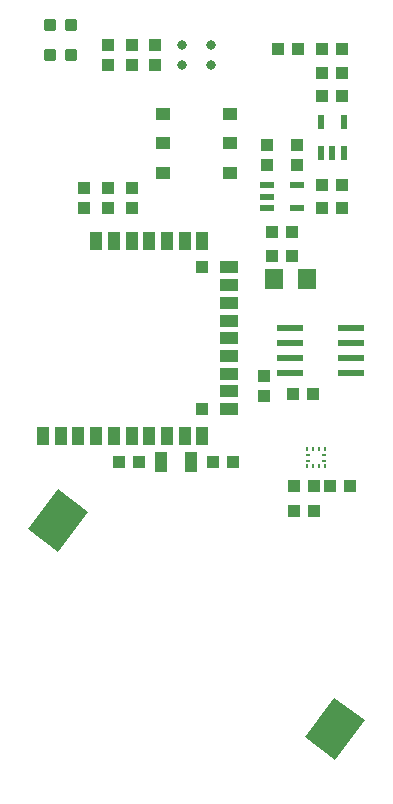
<source format=gbr>
G75*
%MOIN*%
%OFA0B0*%
%FSLAX25Y25*%
%IPPOS*%
%LPD*%
%AMOC8*
5,1,8,0,0,1.08239X$1,22.5*
%
%ADD10C,0.01181*%
%ADD11R,0.04331X0.03937*%
%ADD12R,0.06299X0.07087*%
%ADD13R,0.03937X0.04331*%
%ADD14R,0.04724X0.02165*%
%ADD15R,0.04331X0.06693*%
%ADD16R,0.03937X0.05906*%
%ADD17R,0.05906X0.03937*%
%ADD18R,0.03937X0.03937*%
%ADD19R,0.02165X0.04724*%
%ADD20C,0.03150*%
%ADD21R,0.12598X0.16535*%
%ADD22R,0.08661X0.02362*%
%ADD23R,0.04528X0.03937*%
%ADD24R,0.00984X0.01476*%
%ADD25R,0.01476X0.00984*%
D10*
X0011705Y0239567D02*
X0011705Y0236811D01*
X0008949Y0236811D01*
X0008949Y0239567D01*
X0011705Y0239567D01*
X0011705Y0237991D02*
X0008949Y0237991D01*
X0008949Y0239171D02*
X0011705Y0239171D01*
X0018610Y0239567D02*
X0018610Y0236811D01*
X0015854Y0236811D01*
X0015854Y0239567D01*
X0018610Y0239567D01*
X0018610Y0237991D02*
X0015854Y0237991D01*
X0015854Y0239171D02*
X0018610Y0239171D01*
X0011705Y0249409D02*
X0011705Y0246653D01*
X0008949Y0246653D01*
X0008949Y0249409D01*
X0011705Y0249409D01*
X0011705Y0247833D02*
X0008949Y0247833D01*
X0008949Y0249013D02*
X0011705Y0249013D01*
X0018610Y0249409D02*
X0018610Y0246653D01*
X0015854Y0246653D01*
X0015854Y0249409D01*
X0018610Y0249409D01*
X0018610Y0247833D02*
X0015854Y0247833D01*
X0015854Y0249013D02*
X0018610Y0249013D01*
D11*
X0029528Y0241535D03*
X0029528Y0234843D03*
X0037402Y0241535D03*
X0037402Y0234843D03*
X0107677Y0232283D03*
X0100984Y0232283D03*
X0091142Y0125000D03*
X0097835Y0125000D03*
X0039764Y0102362D03*
X0033071Y0102362D03*
X0064567Y0102362D03*
X0071260Y0102362D03*
X0084252Y0179134D03*
X0090945Y0179134D03*
X0086220Y0240157D03*
X0092913Y0240157D03*
X0021654Y0187106D03*
X0021654Y0193799D03*
X0084252Y0171260D03*
X0090945Y0171260D03*
X0037402Y0187106D03*
X0037402Y0193799D03*
X0098327Y0094488D03*
X0091634Y0094488D03*
X0098327Y0086122D03*
X0091634Y0086122D03*
X0103445Y0094488D03*
X0110138Y0094488D03*
D12*
X0085039Y0163386D03*
X0096063Y0163386D03*
D13*
X0082677Y0201378D03*
X0082677Y0208071D03*
X0092520Y0201378D03*
X0092520Y0208071D03*
X0100984Y0187008D03*
X0107677Y0187008D03*
X0045276Y0234843D03*
X0045276Y0241535D03*
X0100984Y0194882D03*
X0107677Y0194882D03*
X0107677Y0240157D03*
X0100984Y0240157D03*
X0107677Y0224409D03*
X0100984Y0224409D03*
X0029528Y0193799D03*
X0029528Y0187106D03*
X0081693Y0124606D03*
X0081693Y0131299D03*
D14*
X0082480Y0194685D03*
X0082480Y0190945D03*
X0082480Y0187205D03*
X0092717Y0187205D03*
X0092717Y0194685D03*
D15*
X0057087Y0102362D03*
X0047244Y0102362D03*
D16*
X0007874Y0111220D03*
X0013780Y0111220D03*
X0019685Y0111220D03*
X0025591Y0111220D03*
X0031496Y0111220D03*
X0037402Y0111220D03*
X0043307Y0111220D03*
X0049213Y0111220D03*
X0055118Y0111220D03*
X0061024Y0111220D03*
X0061024Y0176181D03*
X0055118Y0176181D03*
X0049213Y0176181D03*
X0043307Y0176181D03*
X0037402Y0176181D03*
X0031496Y0176181D03*
X0025591Y0176181D03*
D17*
X0069882Y0120079D03*
X0069882Y0125984D03*
X0069882Y0131890D03*
X0069882Y0137795D03*
X0069882Y0143701D03*
X0069882Y0149606D03*
X0069882Y0155512D03*
X0069882Y0161417D03*
X0069882Y0167323D03*
D18*
X0061024Y0120079D03*
X0061024Y0167323D03*
D19*
X0100591Y0205512D03*
X0104331Y0205512D03*
X0108071Y0205512D03*
X0108071Y0215748D03*
X0100591Y0215748D03*
D20*
X0063898Y0241535D03*
X0063898Y0234843D03*
X0054213Y0241535D03*
X0054213Y0234843D03*
D21*
G36*
X0013047Y0072546D02*
X0002987Y0080128D01*
X0012937Y0093332D01*
X0022997Y0085750D01*
X0013047Y0072546D01*
G37*
G36*
X0105173Y0003124D02*
X0095113Y0010706D01*
X0105063Y0023910D01*
X0115123Y0016328D01*
X0105173Y0003124D01*
G37*
D22*
X0110630Y0137264D03*
X0090157Y0137264D03*
X0110630Y0132264D03*
X0110630Y0142264D03*
X0110630Y0147264D03*
X0090157Y0132264D03*
X0090157Y0142264D03*
X0090157Y0147264D03*
D23*
X0070177Y0198819D03*
X0070177Y0208661D03*
X0070177Y0218504D03*
X0047933Y0198819D03*
X0047933Y0208661D03*
X0047933Y0218504D03*
D24*
X0101870Y0106644D03*
X0099902Y0106644D03*
X0097933Y0106644D03*
X0095965Y0106644D03*
X0095965Y0101033D03*
X0097933Y0101033D03*
X0099902Y0101033D03*
X0101870Y0101033D03*
D25*
X0096112Y0104823D03*
X0101722Y0102854D03*
X0101722Y0104823D03*
X0096112Y0102854D03*
M02*

</source>
